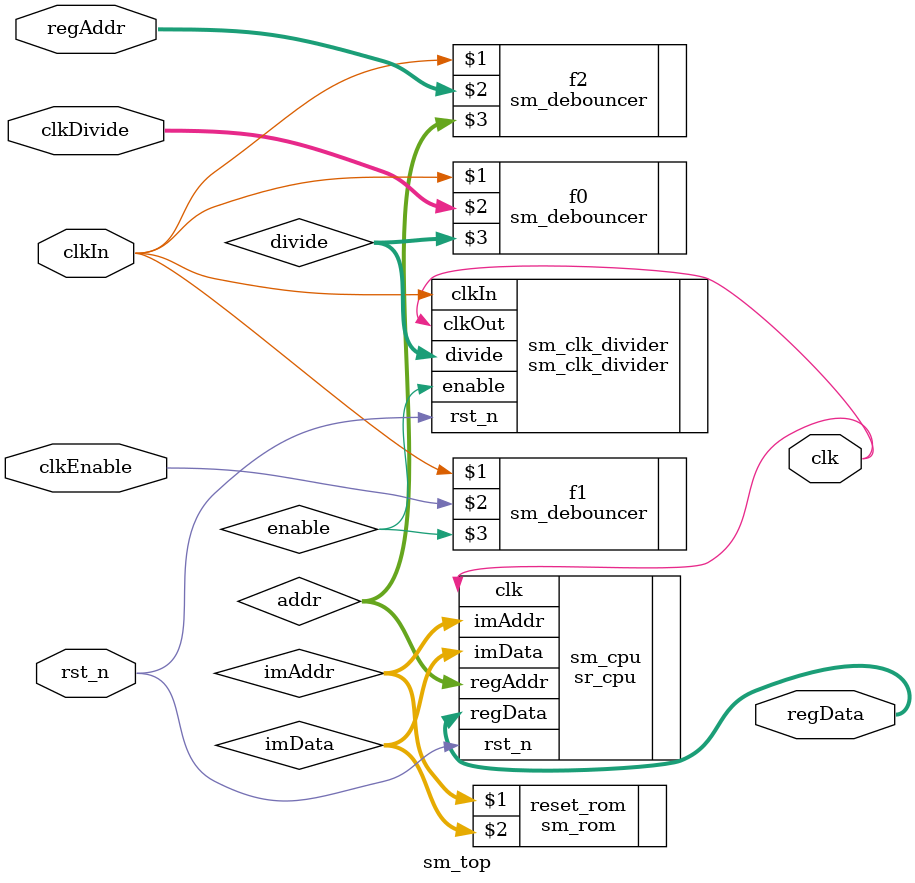
<source format=v>
/*
 * schoolRISCV - small RISC-V CPU 
 *
 * originally based on Sarah L. Harris MIPS CPU 
 *                   & schoolMIPS project
 * 
 * Copyright(c) 2017-2020 Stanislav Zhelnio 
 *                        Aleksandr Romanov 
 */ 

//hardware top level module
module sm_top
(
    input           clkIn,
    input           rst_n,
    input   [ 3:0 ] clkDivide,
    input           clkEnable,
    output          clk,
    input   [ 4:0 ] regAddr,
    output  [31:0 ] regData
);
    //metastability input filters
    wire    [ 3:0 ] divide;
    wire            enable;
    wire    [ 4:0 ] addr;

    sm_debouncer #(.SIZE(4)) f0(clkIn, clkDivide, divide);
    sm_debouncer #(.SIZE(1)) f1(clkIn, clkEnable, enable);
    sm_debouncer #(.SIZE(5)) f2(clkIn, regAddr,   addr  );

    //cores
    //clock divider
    sm_clk_divider sm_clk_divider
    (
        .clkIn      ( clkIn     ),
        .rst_n      ( rst_n     ),
        .divide     ( divide    ),
        .enable     ( enable    ),
        .clkOut     ( clk       )
    );

    //instruction memory
    wire    [31:0]  imAddr;
    wire    [31:0]  imData;
    sm_rom reset_rom(imAddr, imData);

    sr_cpu sm_cpu
    (
        .clk        ( clk       ),
        .rst_n      ( rst_n     ),
        .regAddr    ( addr      ),
        .regData    ( regData   ),
        .imAddr     ( imAddr    ),
        .imData     ( imData    )
    );

endmodule

</source>
